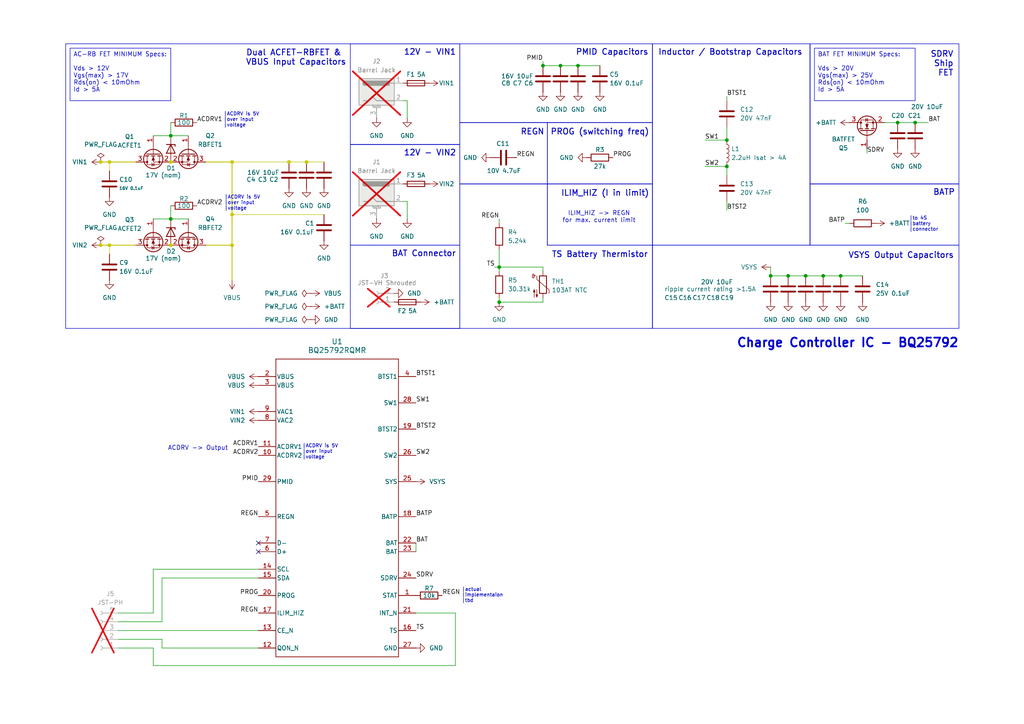
<source format=kicad_sch>
(kicad_sch (version 20231120) (generator "eeschema") (generator_version "8.0")
  (paper "A4")
  (title_block (title "BQ25792 BMS-BCS Dev Board") (date "2024-09-06") (rev "v0.2") (company "Karl Wünsche"))
  (lib_symbols
    (symbol "Barrel_Jack_MountingPin_1" (pin_names hide)
      (property "Reference" "J" (at 0 5.334 0))
      (property "Value" "Barrel_Jack_MountingPin" (at 1.27 -6.35 0))
      (symbol "Barrel_Jack_MountingPin_1_0_1"
        (rectangle (start -5.08 3.81) (end 5.08 -3.81) (stroke (width 0.254)) (fill (type background)))
        (arc (start -3.302 3.175) (mid -3.9343 2.54) (end -3.302 1.905) (stroke (width 0.254)))
        (arc (start -3.302 3.175) (mid -3.9343 2.54) (end -3.302 1.905) (stroke (width 0.254)) (fill (type outline)))
        (polyline (pts (xy 5.08 2.54) (xy 3.81 2.54)) (stroke (width 0.254)))
        (polyline (pts (xy -3.81 -2.54) (xy -2.54 -2.54) (xy -1.27 -1.27) (xy 0 -2.54) (xy 2.54 -2.54) (xy 5.08 -2.54)) (stroke (width 0.254)))
        (rectangle (start 3.683 3.175) (end -3.302 1.905) (stroke (width 0.254)) (fill (type outline)))
      )
      (symbol "Barrel_Jack_MountingPin_1_1_1"
        (polyline (pts (xy -1.016 -4.572) (xy 1.016 -4.572)) (stroke (width 0.1524)))
        (text "Mounting" (at 0 -4.191 0) (effects (font (size 0.381 0.381))))
        (pin passive line (at 7.62 2.54 180) (length 2.54) (name "~") (number "1"))
        (pin passive line (at 7.62 -2.54 180) (length 2.54) (name "~") (number "2"))
        (pin passive line (at 0 -7.62 90) (length 3.048) (name "MountPin") (number "3"))
      )
    )
    (symbol "Battery_Management:BQ25792RQMR" (pin_names (offset 0.254))
      (property "Reference" "U" (at -0.254 43.942 0))
      (property "Value" "BQ25792RQMR" (at 0 39.624 0))
      (symbol "BQ25792RQMR_0_1"
        (polyline (pts (xy -17.78 -44.45) (xy 17.78 -44.45)) (stroke (width 0.2032)))
        (polyline (pts (xy -17.78 41.91) (xy -17.78 -44.45)) (stroke (width 0.2032)))
        (polyline (pts (xy 17.78 -44.45) (xy 17.78 41.91)) (stroke (width 0.2032)))
        (polyline (pts (xy 17.78 41.91) (xy -17.78 41.91)) (stroke (width 0.2032)))
        (pin input line (at -22.86 -19.05 0) (length 5.08) (name "SCL") (number "14"))
        (pin bidirectional line (at -22.86 -21.59 0) (length 5.08) (name "SDA") (number "15"))
        (pin power_in line (at -22.86 36.83 0) (length 5.08) (name "VBUS") (number "2"))
        (pin power_in line (at -22.86 34.29 0) (length 5.08) (name "VBUS") (number "3"))
        (pin power_in line (at -22.86 24.13 0) (length 5.08) (name "VAC2") (number "8"))
        (pin power_in line (at -22.86 26.67 0) (length 5.08) (name "VAC1") (number "9"))
      )
      (symbol "BQ25792RQMR_1_1"
        (pin input line (at 22.86 -26.67 180) (length 5.08) (name "STAT") (number "1"))
        (pin output line (at -22.86 13.97 0) (length 5.08) (name "ACDRV2") (number "10"))
        (pin output line (at -22.86 16.51 0) (length 5.08) (name "ACDRV1") (number "11"))
        (pin bidirectional line (at -22.86 -41.91 0) (length 5.08) (name "QON_N") (number "12"))
        (pin bidirectional line (at -22.86 -36.83 0) (length 5.08) (name "CE_N") (number "13"))
        (pin input line (at 22.86 -36.83 180) (length 5.08) (name "TS") (number "16"))
        (pin input line (at -22.86 -31.75 0) (length 5.08) (name "ILIM_HIZ") (number "17"))
        (pin bidirectional line (at 22.86 -3.81 180) (length 5.08) (name "BATP") (number "18"))
        (pin bidirectional line (at 22.86 21.59 180) (length 5.08) (name "BTST2") (number "19"))
        (pin output line (at -22.86 -26.67 0) (length 5.08) (name "PROG") (number "20"))
        (pin bidirectional line (at 22.86 -31.75 180) (length 5.08) (name "INT_N") (number "21"))
        (pin bidirectional line (at 22.86 -11.43 180) (length 5.08) (name "BAT") (number "22"))
        (pin bidirectional line (at 22.86 -13.97 180) (length 5.08) (name "BAT") (number "23"))
        (pin output line (at 22.86 -21.59 180) (length 5.08) (name "SDRV") (number "24"))
        (pin power_out line (at 22.86 6.35 180) (length 5.08) (name "SYS") (number "25"))
        (pin bidirectional line (at 22.86 13.97 180) (length 5.08) (name "SW2") (number "26"))
        (pin power_in line (at 22.86 -41.91 180) (length 5.08) (name "GND") (number "27"))
        (pin bidirectional line (at 22.86 29.21 180) (length 5.08) (name "SW1") (number "28"))
        (pin power_out line (at -22.86 6.35 0) (length 5.08) (name "PMID") (number "29"))
        (pin bidirectional line (at 22.86 36.83 180) (length 5.08) (name "BTST1") (number "4"))
        (pin output line (at -22.86 -3.81 0) (length 5.08) (name "REGN") (number "5"))
        (pin bidirectional line (at -22.86 -13.97 0) (length 5.08) (name "D+") (number "6"))
        (pin bidirectional line (at -22.86 -11.43 0) (length 5.08) (name "D-") (number "7"))
      )
    )
    (symbol "Connector:Barrel_Jack_MountingPin" (pin_names hide)
      (property "Reference" "J" (at 0 5.334 0))
      (property "Value" "Barrel_Jack_MountingPin" (at 1.27 -6.35 0))
      (symbol "Barrel_Jack_MountingPin_0_1"
        (rectangle (start -5.08 3.81) (end 5.08 -3.81) (stroke (width 0.254)) (fill (type background)))
        (arc (start -3.302 3.175) (mid -3.9343 2.54) (end -3.302 1.905) (stroke (width 0.254)))
        (arc (start -3.302 3.175) (mid -3.9343 2.54) (end -3.302 1.905) (stroke (width 0.254)) (fill (type outline)))
        (polyline (pts (xy 5.08 2.54) (xy 3.81 2.54)) (stroke (width 0.254)))
        (polyline (pts (xy -3.81 -2.54) (xy -2.54 -2.54) (xy -1.27 -1.27) (xy 0 -2.54) (xy 2.54 -2.54) (xy 5.08 -2.54)) (stroke (width 0.254)))
        (rectangle (start 3.683 3.175) (end -3.302 1.905) (stroke (width 0.254)) (fill (type outline)))
      )
      (symbol "Barrel_Jack_MountingPin_1_1"
        (polyline (pts (xy -1.016 -4.572) (xy 1.016 -4.572)) (stroke (width 0.1524)))
        (text "Mounting" (at 0 -4.191 0) (effects (font (size 0.381 0.381))))
        (pin passive line (at 7.62 2.54 180) (length 2.54) (name "~") (number "1"))
        (pin passive line (at 7.62 -2.54 180) (length 2.54) (name "~") (number "2"))
        (pin passive line (at 0 -7.62 90) (length 3.048) (name "MountPin") (number "3"))
      )
    )
    (symbol "Connector:Conn_01x02_Socket" (pin_names (offset 1.016) hide)
      (property "Reference" "J" (at 0 2.54 0))
      (property "Value" "Conn_01x02_Socket" (at 0 -5.08 0))
      (symbol "Conn_01x02_Socket_1_1"
        (arc (start 0 -2.032) (mid -0.5058 -2.54) (end 0 -3.048) (stroke (width 0.1524)))
        (polyline (pts (xy -1.27 -2.54) (xy -0.508 -2.54)) (stroke (width 0.1524)))
        (polyline (pts (xy -1.27 0) (xy -0.508 0)) (stroke (width 0.1524)))
        (arc (start 0 0.508) (mid -0.5058 0) (end 0 -0.508) (stroke (width 0.1524)))
        (pin passive line (at -5.08 0 0) (length 3.81) (name "Pin_1") (number "1"))
        (pin passive line (at -5.08 -2.54 0) (length 3.81) (name "Pin_2") (number "2"))
      )
    )
    (symbol "Connector:Conn_01x05_Socket" (pin_names (offset 1.016) hide)
      (property "Reference" "J" (at 0 7.62 0))
      (property "Value" "Conn_01x05_Socket" (at 0 -7.62 0))
      (symbol "Conn_01x05_Socket_1_1"
        (arc (start 0 -4.572) (mid -0.5058 -5.08) (end 0 -5.588) (stroke (width 0.1524)))
        (arc (start 0 -2.032) (mid -0.5058 -2.54) (end 0 -3.048) (stroke (width 0.1524)))
        (polyline (pts (xy -1.27 -5.08) (xy -0.508 -5.08)) (stroke (width 0.1524)))
        (polyline (pts (xy -1.27 -2.54) (xy -0.508 -2.54)) (stroke (width 0.1524)))
        (polyline (pts (xy -1.27 0) (xy -0.508 0)) (stroke (width 0.1524)))
        (polyline (pts (xy -1.27 2.54) (xy -0.508 2.54)) (stroke (width 0.1524)))
        (polyline (pts (xy -1.27 5.08) (xy -0.508 5.08)) (stroke (width 0.1524)))
        (arc (start 0 0.508) (mid -0.5058 0) (end 0 -0.508) (stroke (width 0.1524)))
        (arc (start 0 3.048) (mid -0.5058 2.54) (end 0 2.032) (stroke (width 0.1524)))
        (arc (start 0 5.588) (mid -0.5058 5.08) (end 0 4.572) (stroke (width 0.1524)))
        (pin passive line (at -5.08 5.08 0) (length 3.81) (name "Pin_1") (number "1"))
        (pin passive line (at -5.08 2.54 0) (length 3.81) (name "Pin_2") (number "2"))
        (pin passive line (at -5.08 0 0) (length 3.81) (name "Pin_3") (number "3"))
        (pin passive line (at -5.08 -2.54 0) (length 3.81) (name "Pin_4") (number "4"))
        (pin passive line (at -5.08 -5.08 0) (length 3.81) (name "Pin_5") (number "5"))
      )
    )
    (symbol "Device:C" (pin_numbers hide) (pin_names (offset 0.254))
      (property "Reference" "C" (at 0.635 2.54 0))
      (property "Value" "C" (at 0.635 -2.54 0))
      (symbol "C_0_1"
        (polyline (pts (xy -2.032 -0.762) (xy 2.032 -0.762)) (stroke (width 0.508)))
        (polyline (pts (xy -2.032 0.762) (xy 2.032 0.762)) (stroke (width 0.508)))
      )
      (symbol "C_1_1"
        (pin passive line (at 0 3.81 270) (length 2.794) (name "~") (number "1"))
        (pin passive line (at 0 -3.81 90) (length 2.794) (name "~") (number "2"))
      )
    )
    (symbol "Device:D_Zener" (pin_numbers hide) (pin_names (offset 1.016) hide)
      (property "Reference" "D" (at 0 2.54 0))
      (property "Value" "D_Zener" (at 0 -2.54 0))
      (symbol "D_Zener_0_1"
        (polyline (pts (xy 1.27 0) (xy -1.27 0)))
        (polyline (pts (xy -1.27 -1.27) (xy -1.27 1.27) (xy -0.762 1.27)) (stroke (width 0.254)))
        (polyline (pts (xy 1.27 -1.27) (xy 1.27 1.27) (xy -1.27 0) (xy 1.27 -1.27)) (stroke (width 0.254)))
      )
      (symbol "D_Zener_1_1"
        (pin passive line (at -3.81 0 0) (length 2.54) (name "K") (number "1"))
        (pin passive line (at 3.81 0 180) (length 2.54) (name "A") (number "2"))
      )
    )
    (symbol "Device:Fuse" (pin_numbers hide) (pin_names (offset 0))
      (property "Reference" "F" (at 2.032 0 90))
      (property "Value" "Fuse" (at -1.905 0 90))
      (symbol "Fuse_0_1"
        (rectangle (start -0.762 -2.54) (end 0.762 2.54) (stroke (width 0.254)))
        (polyline (pts (xy 0 2.54) (xy 0 -2.54)))
      )
      (symbol "Fuse_1_1"
        (pin passive line (at 0 3.81 270) (length 1.27) (name "~") (number "1"))
        (pin passive line (at 0 -3.81 90) (length 1.27) (name "~") (number "2"))
      )
    )
    (symbol "Device:L" (pin_numbers hide) (pin_names (offset 1.016) hide)
      (property "Reference" "L" (at -1.27 0 90))
      (property "Value" "L" (at 1.905 0 90))
      (symbol "L_0_1"
        (arc (start 0 -2.54) (mid 0.6323 -1.905) (end 0 -1.27))
        (arc (start 0 -1.27) (mid 0.6323 -0.635) (end 0 0))
        (arc (start 0 0) (mid 0.6323 0.635) (end 0 1.27))
        (arc (start 0 1.27) (mid 0.6323 1.905) (end 0 2.54))
      )
      (symbol "L_1_1"
        (pin passive line (at 0 3.81 270) (length 1.27) (name "1") (number "1"))
        (pin passive line (at 0 -3.81 90) (length 1.27) (name "2") (number "2"))
      )
    )
    (symbol "Device:R" (pin_numbers hide) (pin_names (offset 0))
      (property "Reference" "R" (at 2.032 0 90))
      (property "Value" "R" (at 0 0 90))
      (symbol "R_0_1"
        (rectangle (start -1.016 -2.54) (end 1.016 2.54) (stroke (width 0.254)))
      )
      (symbol "R_1_1"
        (pin passive line (at 0 3.81 270) (length 1.27) (name "~") (number "1"))
        (pin passive line (at 0 -3.81 90) (length 1.27) (name "~") (number "2"))
      )
    )
    (symbol "Device:Thermistor_NTC" (pin_numbers hide) (pin_names (offset 0))
      (property "Reference" "TH" (at -4.445 0 90))
      (property "Value" "Thermistor_NTC" (at 3.175 0 90))
      (symbol "Thermistor_NTC_0_1"
        (arc (start -3.048 2.159) (mid -3.0495 2.3143) (end -3.175 2.413))
        (arc (start -3.048 2.159) (mid -2.9736 1.9794) (end -2.794 1.905))
        (arc (start -3.048 2.794) (mid -2.9736 2.6144) (end -2.794 2.54))
        (arc (start -2.794 1.905) (mid -2.6144 1.9794) (end -2.54 2.159))
        (arc (start -2.794 2.54) (mid -2.4393 2.5587) (end -2.159 2.794))
        (arc (start -2.794 3.048) (mid -2.9736 2.9736) (end -3.048 2.794))
        (arc (start -2.54 2.794) (mid -2.6144 2.9736) (end -2.794 3.048))
        (rectangle (start -1.016 2.54) (end 1.016 -2.54) (stroke (width 0.254)))
        (polyline (pts (xy -2.54 2.159) (xy -2.54 2.794)))
        (polyline (pts (xy -1.778 2.54) (xy -1.778 1.524) (xy 1.778 -1.524) (xy 1.778 -2.54)))
        (polyline (pts (xy -2.54 -3.683) (xy -2.54 -1.397) (xy -2.794 -2.159) (xy -2.286 -2.159) (xy -2.54 -1.397) (xy -2.54 -1.651)) (fill (type outline)))
        (polyline (pts (xy -1.778 -1.397) (xy -1.778 -3.683) (xy -2.032 -2.921) (xy -1.524 -2.921) (xy -1.778 -3.683) (xy -1.778 -3.429)) (fill (type outline)))
      )
      (symbol "Thermistor_NTC_1_1"
        (pin passive line (at 0 3.81 270) (length 1.27) (name "~") (number "1"))
        (pin passive line (at 0 -3.81 90) (length 1.27) (name "~") (number "2"))
      )
    )
    (symbol "Transistor_FET:AO3400A" (pin_names hide)
      (property "Reference" "Q" (at 5.08 1.905 0))
      (property "Value" "AO3400A" (at 5.08 0 0))
      (symbol "AO3400A_0_1"
        (polyline (pts (xy 0.254 0) (xy -2.54 0)))
        (polyline (pts (xy 0.254 1.905) (xy 0.254 -1.905)) (stroke (width 0.254)))
        (polyline (pts (xy 0.762 -1.27) (xy 0.762 -2.286)) (stroke (width 0.254)))
        (polyline (pts (xy 0.762 0.508) (xy 0.762 -0.508)) (stroke (width 0.254)))
        (polyline (pts (xy 0.762 2.286) (xy 0.762 1.27)) (stroke (width 0.254)))
        (polyline (pts (xy 2.54 2.54) (xy 2.54 1.778)))
        (polyline (pts (xy 2.54 -2.54) (xy 2.54 0) (xy 0.762 0)))
        (polyline (pts (xy 0.762 -1.778) (xy 3.302 -1.778) (xy 3.302 1.778) (xy 0.762 1.778)))
        (polyline (pts (xy 1.016 0) (xy 2.032 0.381) (xy 2.032 -0.381) (xy 1.016 0)) (fill (type outline)))
        (polyline (pts (xy 2.794 0.508) (xy 2.921 0.381) (xy 3.683 0.381) (xy 3.81 0.254)))
        (polyline (pts (xy 3.302 0.381) (xy 2.921 -0.254) (xy 3.683 -0.254) (xy 3.302 0.381)))
        (circle (center 1.651 0) (radius 2.794) (stroke (width 0.254)))
        (circle (center 2.54 -1.778) (radius 0.254) (fill (type outline)))
        (circle (center 2.54 1.778) (radius 0.254) (fill (type outline)))
      )
      (symbol "AO3400A_1_1"
        (pin input line (at -5.08 0 0) (length 2.54) (name "G") (number "1"))
        (pin passive line (at 2.54 -5.08 90) (length 2.54) (name "S") (number "2"))
        (pin passive line (at 2.54 5.08 270) (length 2.54) (name "D") (number "3"))
      )
    )
    (symbol "power:+12VA" (power) (pin_numbers hide) (pin_names (offset 0) hide)
      (property "Value" "+12VA" (at 0 3.556 0))
      (symbol "+12VA_0_1"
        (polyline (pts (xy -0.762 1.27) (xy 0 2.54)))
        (polyline (pts (xy 0 0) (xy 0 2.54)))
        (polyline (pts (xy 0 2.54) (xy 0.762 1.27)))
      )
      (symbol "+12VA_1_1"
        (pin power_in line (at 0 0 90) (length 0) (name "~") (number "1"))
      )
    )
    (symbol "power:+BATT" (power) (pin_numbers hide) (pin_names (offset 0) hide)
      (property "Value" "+BATT" (at 0 3.556 0))
      (symbol "+BATT_0_1"
        (polyline (pts (xy -0.762 1.27) (xy 0 2.54)))
        (polyline (pts (xy 0 0) (xy 0 2.54)))
        (polyline (pts (xy 0 2.54) (xy 0.762 1.27)))
      )
      (symbol "+BATT_1_1"
        (pin power_in line (at 0 0 90) (length 0) (name "~") (number "1"))
      )
    )
    (symbol "power:GND" (power) (pin_numbers hide) (pin_names (offset 0) hide)
      (property "Value" "GND" (at 0 -3.81 0))
      (symbol "GND_0_1"
        (polyline (pts (xy 0 0) (xy 0 -1.27) (xy 1.27 -1.27) (xy 0 -2.54) (xy -1.27 -1.27) (xy 0 -1.27)))
      )
      (symbol "GND_1_1"
        (pin power_in line (at 0 0 270) (length 0) (name "~") (number "1"))
      )
    )
    (symbol "power:PWR_FLAG" (power) (pin_numbers hide) (pin_names (offset 0) hide)
      (property "Value" "PWR_FLAG" (at 0 3.81 0))
      (symbol "PWR_FLAG_0_0"
        (pin power_out line (at 0 0 90) (length 0) (name "~") (number "1"))
      )
      (symbol "PWR_FLAG_0_1"
        (polyline (pts (xy 0 0) (xy 0 1.27) (xy -1.016 1.905) (xy 0 2.54) (xy 1.016 1.905) (xy 0 1.27)))
      )
    )
    (symbol "power:VBUS" (power) (pin_numbers hide) (pin_names (offset 0) hide)
      (property "Value" "VBUS" (at 0 3.556 0))
      (symbol "VBUS_0_1"
        (polyline (pts (xy -0.762 1.27) (xy 0 2.54)))
        (polyline (pts (xy 0 0) (xy 0 2.54)))
        (polyline (pts (xy 0 2.54) (xy 0.762 1.27)))
      )
      (symbol "VBUS_1_1"
        (pin power_in line (at 0 0 90) (length 0) (name "~") (number "1"))
      )
    )
  )
  (junction (at 67.31 71.12) (color 194 194 0 1))
  (junction (at 223.52 80.01))
  (junction (at 210.82 40.64))
  (junction (at 260.35 35.56))
  (junction (at 157.48 19.05))
  (junction (at 49.53 39.37))
  (junction (at 49.53 63.5))
  (junction (at 67.31 62.23) (color 194 194 0 1))
  (junction (at 88.9 46.99) (color 194 194 0 1))
  (junction (at 83.82 46.99) (color 194 194 0 1))
  (junction (at 265.43 35.56))
  (junction (at 49.53 71.12) (color 194 194 0 1))
  (junction (at 31.75 46.99) (color 194 194 0 1))
  (junction (at 228.6 80.01))
  (junction (at 29.21 71.12) (color 194 194 0 1))
  (junction (at 167.64 19.05))
  (junction (at 243.84 80.01))
  (junction (at 210.82 48.26))
  (junction (at 29.21 46.99) (color 194 194 0 1))
  (junction (at 144.78 87.63))
  (junction (at 233.68 80.01))
  (junction (at 238.76 80.01))
  (junction (at 162.56 19.05))
  (junction (at 49.53 46.99) (color 194 194 0 1))
  (junction (at 144.78 77.47))
  (junction (at 67.31 46.99) (color 194 194 0 1))
  (junction (at 31.75 71.12) (color 194 194 0 1))
  (no_connect (at 74.93 160.02))
  (no_connect (at 74.93 157.48))
  (wire (pts (xy 228.6 80.01) (xy 233.68 80.01)))
  (wire (pts (xy 31.75 49.53) (xy 31.75 46.99)) (stroke (width 0) (color 194 194 0 1)))
  (wire (pts (xy 49.53 39.37) (xy 54.61 39.37)))
  (wire (pts (xy 256.54 35.56) (xy 260.35 35.56)))
  (wire (pts (xy 31.75 71.12) (xy 39.37 71.12)) (stroke (width 0.25) (color 194 194 0 1)))
  (wire (pts (xy 144.78 72.39) (xy 144.78 77.47)))
  (wire (pts (xy 238.76 80.01) (xy 243.84 80.01)))
  (polyline (pts (xy 158.75 53.34) (xy 158.75 71.12)))
  (wire (pts (xy 31.75 46.99) (xy 39.37 46.99)) (stroke (width 0.25) (color 194 194 0 1)))
  (wire (pts (xy 210.82 60.96) (xy 210.82 58.42)))
  (wire (pts (xy 243.84 80.01) (xy 250.19 80.01)))
  (polyline (pts (xy 189.23 71.12) (xy 189.23 95.25)))
  (polyline (pts (xy 189.23 95.25) (xy 133.35 95.25)))
  (wire (pts (xy 44.45 193.04) (xy 44.45 187.96)))
  (wire (pts (xy 167.64 19.05) (xy 173.99 19.05)))
  (wire (pts (xy 44.45 63.5) (xy 49.53 63.5)))
  (wire (pts (xy 67.31 46.99) (xy 67.31 62.23)) (stroke (width 0.25) (color 194 194 0 1)))
  (wire (pts (xy 34.29 185.42) (xy 46.99 185.42)))
  (wire (pts (xy 210.82 36.83) (xy 210.82 40.64)))
  (wire (pts (xy 49.53 63.5) (xy 54.61 63.5)))
  (wire (pts (xy 157.48 77.47) (xy 157.48 78.74)))
  (wire (pts (xy 44.45 165.1) (xy 44.45 177.8)))
  (wire (pts (xy 46.99 187.96) (xy 46.99 185.42)))
  (wire (pts (xy 34.29 182.88) (xy 74.93 182.88)))
  (wire (pts (xy 29.21 71.12) (xy 31.75 71.12)) (stroke (width 0.25) (color 194 194 0 1)))
  (wire (pts (xy 251.46 44.45) (xy 251.46 43.18)))
  (wire (pts (xy 120.65 177.8) (xy 132.08 177.8)))
  (wire (pts (xy 144.78 87.63) (xy 144.78 86.36)))
  (wire (pts (xy 144.78 63.5) (xy 144.78 64.77)))
  (wire (pts (xy 49.53 35.56) (xy 49.53 39.37)))
  (polyline (pts (xy 133.35 95.25) (xy 133.35 53.34)))
  (wire (pts (xy 144.78 77.47) (xy 157.48 77.47)))
  (wire (pts (xy 210.82 27.94) (xy 210.82 29.21)))
  (wire (pts (xy 118.11 58.42) (xy 116.84 58.42)))
  (wire (pts (xy 46.99 187.96) (xy 74.93 187.96)))
  (wire (pts (xy 88.9 46.99) (xy 93.98 46.99)) (stroke (width 0) (color 194 194 0 1)))
  (wire (pts (xy 132.08 177.8) (xy 132.08 193.04)))
  (wire (pts (xy 269.24 35.56) (xy 265.43 35.56)))
  (wire (pts (xy 144.78 87.63) (xy 157.48 87.63)))
  (wire (pts (xy 223.52 77.47) (xy 223.52 80.01)))
  (wire (pts (xy 144.78 77.47) (xy 144.78 78.74)))
  (wire (pts (xy 118.11 34.29) (xy 118.11 29.21)))
  (wire (pts (xy 67.31 62.23) (xy 93.98 62.23)) (stroke (width 0) (color 194 194 0 1)))
  (wire (pts (xy 44.45 193.04) (xy 132.08 193.04)))
  (wire (pts (xy 59.69 71.12) (xy 67.31 71.12)) (stroke (width 0.25) (color 194 194 0 1)))
  (polyline (pts (xy 158.75 71.12) (xy 189.23 71.12)))
  (wire (pts (xy 46.99 167.64) (xy 74.93 167.64)))
  (wire (pts (xy 245.11 64.77) (xy 246.38 64.77)))
  (wire (pts (xy 29.21 46.99) (xy 31.75 46.99)) (stroke (width 0.25) (color 194 194 0 1)))
  (wire (pts (xy 204.47 48.26) (xy 210.82 48.26)))
  (wire (pts (xy 210.82 50.8) (xy 210.82 48.26)))
  (wire (pts (xy 34.29 180.34) (xy 46.99 180.34)))
  (wire (pts (xy 83.82 46.99) (xy 88.9 46.99)) (stroke (width 0) (color 194 194 0 1)))
  (wire (pts (xy 44.45 39.37) (xy 49.53 39.37)))
  (wire (pts (xy 118.11 63.5) (xy 118.11 58.42)))
  (wire (pts (xy 204.47 40.64) (xy 210.82 40.64)))
  (wire (pts (xy 260.35 35.56) (xy 265.43 35.56)))
  (wire (pts (xy 59.69 46.99) (xy 67.31 46.99)) (stroke (width 0.25) (color 194 194 0 1)))
  (wire (pts (xy 49.53 59.69) (xy 49.53 63.5)))
  (wire (pts (xy 157.48 17.78) (xy 157.48 19.05)))
  (wire (pts (xy 233.68 80.01) (xy 238.76 80.01)))
  (wire (pts (xy 44.45 165.1) (xy 74.93 165.1)))
  (wire (pts (xy 223.52 80.01) (xy 228.6 80.01)))
  (wire (pts (xy 120.65 157.48) (xy 120.65 160.02)))
  (wire (pts (xy 31.75 73.66) (xy 31.75 71.12)) (stroke (width 0) (color 194 194 0 1)))
  (wire (pts (xy 157.48 87.63) (xy 157.48 86.36)))
  (wire (pts (xy 157.48 19.05) (xy 162.56 19.05)))
  (wire (pts (xy 67.31 62.23) (xy 67.31 71.12)) (stroke (width 0.25) (color 194 194 0 1)))
  (wire (pts (xy 34.29 177.8) (xy 44.45 177.8)))
  (wire (pts (xy 44.45 187.96) (xy 34.29 187.96)))
  (wire (pts (xy 143.51 77.47) (xy 144.78 77.47)))
  (wire (pts (xy 67.31 46.99) (xy 83.82 46.99)) (stroke (width 0) (color 194 194 0 1)))
  (polyline (pts (xy 133.35 53.34) (xy 158.75 53.34)))
  (wire (pts (xy 118.11 29.21) (xy 116.84 29.21)))
  (wire (pts (xy 67.31 81.28) (xy 67.31 71.12)) (stroke (width 0.25) (color 194 194 0 1)))
  (wire (pts (xy 46.99 167.64) (xy 46.99 180.34)))
  (wire (pts (xy 162.56 19.05) (xy 167.64 19.05)))
  (rectangle (start 158.75 35.56) (end 189.23 53.34))
  (rectangle (start 101.6 41.91) (end 133.35 71.12))
  (rectangle (start 101.6 71.12) (end 133.35 95.25))
  (rectangle (start 133.35 12.7) (end 189.23 35.56))
  (rectangle (start 234.95 53.34) (end 278.13 71.12))
  (rectangle (start 101.6 12.7) (end 133.35 41.91))
  (rectangle (start 189.23 12.7) (end 234.95 71.12))
  (rectangle (start 158.75 53.34) (end 189.23 71.12))
  (rectangle (start 189.23 71.12) (end 278.13 95.25))
  (rectangle (start 234.95 12.7) (end 278.13 53.34))
  (rectangle (start 133.35 35.56) (end 158.75 53.34))
  (rectangle (start 19.05 12.7) (end 133.35 95.25))
  (text_box "BAT FET MINIMUM Specs:\n\nVds > 20V\nVgs(max) > 25V\nRds(on) < 10mOhm \nId > 5A" (at 236.22 13.97 0) (size 29.21 15.24) (effects (font (size 1.27 1.27)) (justify left top)))
  (text_box "AC-RB FET MINIMUM Specs:\n\nVds > 12V\nVgs(max) > 17V\nRds(on) < 10mOhm \nId > 5A" (at 20.32 13.97 0) (size 29.21 15.24) (effects (font (size 1.27 1.27)) (justify left top)))
  (text "TS Battery Thermistor" (at 173.99 73.914 0) (effects (font (size 1.69 1.69) (thickness 0.254) (bold yes))))
  (text "Inductor / Bootstrap Capacitors" (at 211.836 15.24 0) (effects (font (size 1.69 1.69) (thickness 0.254) (bold yes))))
  (text "ripple current rating >1.5A" (at 205.994 84.074 0) (effects (font (size 1.27 1.27))))
  (text "BAT Connector" (at 122.936 73.66 0) (effects (font (size 1.69 1.69) (thickness 0.254) (bold yes))))
  (text "SDRV\nShip\nFET" (at 276.606 18.542 0) (effects (font (size 1.69 1.69) (thickness 0.254) (bold yes)) (justify right)))
  (text "|actual\n|implementaion\n|tbd" (at 133.858 172.72 0) (effects (font (size 1 1)) (justify left)))
  (text "VSYS Output Capacitors" (at 261.366 74.168 0) (effects (font (size 1.69 1.69) (thickness 0.254) (bold yes))))
  (text "Dual ACFET-RBFET & \nVBUS Input Capacitors" (at 85.852 16.764 0) (effects (font (size 1.69 1.69) (thickness 0.254) (bold yes))))
  (text "PROG (switching freq)" (at 173.99 38.354 0) (effects (font (size 1.69 1.69) (thickness 0.254) (bold yes))))
  (text "|ACDRV is 5V \n|over input\n|voltage" (at 87.63 131.064 0) (effects (font (size 1 1)) (justify left)))
  (text "ACDRV -> Output" (at 57.404 130.048 0) (effects (font (size 1.27 1.27))))
  (text "ILIM_HIZ (I in limit)" (at 175.514 56.134 0) (effects (font (size 1.69 1.69) (thickness 0.254) (bold yes))))
  (text "Charge Controller IC - BQ25792" (at 245.872 99.568 0) (effects (font (size 2.54 2.54) (thickness 0.508) (bold yes))))
  (text "REGN" (at 154.432 38.354 0) (effects (font (size 1.69 1.69) (thickness 0.254) (bold yes))))
  (text "|ACDRV is 5V \n|over input\n|voltage" (at 64.77 34.798 0) (effects (font (size 1 1)) (justify left)))
  (text "12V - VIN1" (at 124.714 15.24 0) (effects (font (size 1.69 1.69) (thickness 0.254) (bold yes))))
  (text "|to 4S\n|battery\n|connector" (at 263.652 65.024 0) (effects (font (size 1 1)) (justify left)))
  (text "ILIM_HIZ -> REGN\nfor max. current limit" (at 173.736 62.992 0) (effects (font (size 1.27 1.27))))
  (text "PMID Capacitors" (at 177.546 15.24 0) (effects (font (size 1.69 1.69) (thickness 0.254) (bold yes))))
  (text "|ACDRV is 5V \n|over input\n|voltage" (at 65.024 58.928 0) (effects (font (size 1 1)) (justify left)))
  (text "BATP" (at 273.812 55.88 0) (effects (font (size 1.69 1.69) (thickness 0.254) (bold yes))))
  (text "12V - VIN2" (at 124.714 44.45 0) (effects (font (size 1.69 1.69) (thickness 0.254) (bold yes))))
  (label "BAT" (at 269.24 35.56 0))
  (label "REGN" (at 128.27 172.72 0))
  (label "BATP" (at 120.65 149.86 0))
  (label "SW1" (at 204.47 40.64 0))
  (label "SW2" (at 120.65 132.08 0))
  (label "BAT" (at 120.65 157.48 0))
  (label "REGN" (at 149.86 45.72 0))
  (label "REGN" (at 144.78 63.5 180))
  (label "BATP" (at 245.11 64.77 180))
  (label "SW1" (at 120.65 116.84 0))
  (label "PMID" (at 157.48 17.78 180))
  (label "SW2" (at 204.47 48.26 0))
  (label "REGN" (at 74.93 177.8 180))
  (label "ACDRV1" (at 57.15 35.56 0))
  (label "REGN" (at 74.93 149.86 180))
  (label "SDRV" (at 251.46 44.45 0))
  (label "ACDRV2" (at 74.93 132.08 180))
  (label "BTST2" (at 120.65 124.46 0))
  (label "BTST1" (at 210.82 27.94 0))
  (label "PMID" (at 74.93 139.7 180))
  (label "PROG" (at 74.93 172.72 180))
  (label "SDRV" (at 120.65 167.64 0))
  (label "TS" (at 120.65 182.88 0))
  (label "BTST2" (at 210.82 60.96 0))
  (label "PROG" (at 177.8 45.72 0))
  (label "TS" (at 143.51 77.47 180))
  (label "BTST1" (at 120.65 109.22 0))
  (label "ACDRV1" (at 74.93 129.54 180))
  (label "ACDRV2" (at 57.15 59.69 0))
  (symbol (lib_id "Device:D_Zener") (at 49.53 43.18 270) (unit 1)
    (property "Reference" "D1" (at 48.26 48.768 90) (effects (justify left)))
    (property "Value" "17V (nom)" (at 42.164 50.8 90) (effects (justify left)))
    (property "Footprint" "Diode_SMD:D_SOD-123" (effects (hide yes)))
    (property "Description" "Zener diode" (effects (hide yes)))
    (property "LCSC Part Number" "C308704" (effects (hide yes)))
  )
  (symbol (lib_id "power:GND") (at 83.82 54.61 0) (unit 1)
    (property "Reference" "#PWR02" (effects (hide yes)))
    (property "Value" "GND" (at 83.82 59.69 0))
    (property "Description" "Power symbol creates a global label with name \"GND\" , ground" (effects (hide yes)))
  )
  (symbol (lib_id "power:+BATT") (at 121.92 87.63 270) (unit 1)
    (property "Reference" "#PWR037" (effects (hide yes)))
    (property "Value" "+BATT" (at 125.73 87.6299 90) (effects (justify left)))
    (property "Description" "Power symbol creates a global label with name \"+BATT\"" (effects (hide yes)))
  )
  (symbol (lib_id "Device:R") (at 53.34 35.56 90) (unit 1)
    (property "Reference" "R1" (at 53.34 33.528 90))
    (property "Value" "100" (at 53.34 35.56 90))
    (property "Footprint" "Resistor_SMD:R_0402_1005Metric" (effects (hide yes)))
    (property "Description" "Resistor" (effects (hide yes)))
    (property "LCSC Part Number" "C2906884" (effects (hide yes)))
  )
  (symbol (lib_id "Transistor_FET:AO3400A") (at 44.45 68.58 90) (mirror x) (unit 1)
    (property "Reference" "Q3" (at 37.592 63.754 90))
    (property "Value" "ACFET2" (at 37.592 66.294 90))
    (property "Footprint" "Package_TO_SOT_SMD:SOT-23" (effects (hide yes)))
    (property "Description" ">12V Vds, 5A Id, N-Channel MOSFET, SOT-23" (effects (hide yes)))
    (property "LCSC Part Number" "C915719" (effects (hide yes)))
  )
  (symbol (lib_id "Device:C") (at 250.19 83.82 0) (unit 1)
    (property "Reference" "C14" (at 254 82.5499 0) (effects (justify left)))
    (property "Value" "25V 0.1uF" (at 254 85.0899 0) (effects (justify left)))
    (property "Footprint" "Capacitor_SMD:C_0402_1005Metric" (effects (hide yes)))
    (property "Description" "Unpolarized capacitor" (effects (hide yes)))
    (property "LCSC Part Number" "C22435940" (effects (hide yes)))
  )
  (symbol (lib_id "power:GND") (at 109.22 63.5 0) (unit 1)
    (property "Reference" "#PWR032" (effects (hide yes)))
    (property "Value" "GND" (at 109.22 68.58 0))
    (property "Description" "Power symbol creates a global label with name \"GND\" , ground" (effects (hide yes)))
  )
  (symbol (lib_id "power:GND") (at 167.64 26.67 0) (mirror y) (unit 1)
    (property "Reference" "#PWR09" (effects (hide yes)))
    (property "Value" "GND" (at 167.64 31.75 0))
    (property "Description" "Power symbol creates a global label with name \"GND\" , ground" (effects (hide yes)))
  )
  (symbol (lib_id "Connector:Conn_01x05_Socket") (at 29.21 182.88 180) (unit 1) (dnp yes)
    (property "Reference" "J5" (at 32.004 172.212 0))
    (property "Value" "JST-PH" (at 32.004 174.752 0))
    (property "Footprint" "Connector_JST:JST_PH_B5B-PH-K_1x05_P2.00mm_Vertical" (effects (hide yes)))
    (property "Description" "Generic connector, single row, 01x05, script generated" (effects (hide yes)))
  )
  (symbol (lib_id "Device:R") (at 250.19 64.77 90) (unit 1)
    (property "Reference" "R6" (at 250.19 58.42 90))
    (property "Value" "100" (at 250.19 60.96 90))
    (property "Footprint" "Resistor_SMD:R_0402_1005Metric" (effects (hide yes)))
    (property "Description" "Resistor" (effects (hide yes)))
    (property "LCSC Part Number" "C2906884" (effects (hide yes)))
  )
  (symbol (lib_id "power:+12VA") (at 29.21 46.99 90) (unit 1)
    (property "Reference" "#PWR05" (effects (hide yes)))
    (property "Value" "VIN1" (at 25.4 46.9899 90) (effects (justify left)))
    (property "Description" "Power symbol creates a global label with name \"VIN1\"" (effects (hide yes)))
  )
  (symbol (lib_id "power:GND") (at 109.22 34.29 0) (unit 1)
    (property "Reference" "#PWR033" (effects (hide yes)))
    (property "Value" "GND" (at 109.22 39.37 0))
    (property "Description" "Power symbol creates a global label with name \"GND\" , ground" (effects (hide yes)))
  )
  (symbol (lib_id "Device:D_Zener") (at 49.53 67.31 270) (unit 1)
    (property "Reference" "D2" (at 48.26 72.898 90) (effects (justify left)))
    (property "Value" "17V (nom)" (at 42.164 74.93 90) (effects (justify left)))
    (property "Footprint" "Diode_SMD:D_SOD-123" (effects (hide yes)))
    (property "Description" "Zener diode" (effects (hide yes)))
    (property "LCSC Part Number" "C308704" (effects (hide yes)))
  )
  (symbol (lib_id "Transistor_FET:AO3400A") (at 251.46 38.1 90) (unit 1)
    (property "Reference" "Q5" (at 244.602 42.926 90))
    (property "Value" "BATFET" (at 244.602 40.386 90))
    (property "Footprint" "Package_TO_SOT_SMD:SOT-23-3L" (effects (hide yes)))
    (property "Description" "> 20V Vds, 5A Id, N-Channel MOSFET, SOT-23-3L" (effects (hide yes)))
    (property "LCSC Part Number" "C3033398" (effects (hide yes)))
  )
  (symbol (lib_id "power:GND") (at 88.9 54.61 0) (unit 1)
    (property "Reference" "#PWR03" (effects (hide yes)))
    (property "Value" "GND" (at 88.9 59.69 0))
    (property "Description" "Power symbol creates a global label with name \"GND\" , ground" (effects (hide yes)))
  )
  (symbol (lib_id "Device:L") (at 210.82 44.45 0) (unit 1)
    (property "Reference" "L1" (at 212.09 43.1799 0) (effects (justify left)))
    (property "Value" "2.2uH Isat > 4A" (at 212.09 45.7199 0) (effects (justify left)))
    (property "Footprint" "Inductor_SMD:L_4.5x4.1_H2" (effects (hide yes)))
    (property "Description" "Inductor" (effects (hide yes)))
    (property "LCSC Part Number" "C22463806" (effects (hide yes)))
  )
  (symbol (lib_id "power:+BATT") (at 254 64.77 270) (unit 1)
    (property "Reference" "#PWR028" (effects (hide yes)))
    (property "Value" "+BATT" (at 257.81 64.7699 90) (effects (justify left)))
    (property "Description" "Power symbol creates a global label with name \"+BATT\"" (effects (hide yes)))
  )
  (symbol (lib_id "power:GND") (at 265.43 43.18 0) (mirror y) (unit 1)
    (property "Reference" "#PWR031" (effects (hide yes)))
    (property "Value" "GND" (at 265.43 48.26 0))
    (property "Description" "Power symbol creates a global label with name \"GND\" , ground" (effects (hide yes)))
  )
  (symbol (lib_id "power:+BATT") (at 90.17 88.9 270) (unit 1)
    (property "Reference" "#PWR041" (effects (hide yes)))
    (property "Value" "+BATT" (at 93.98 88.8999 90) (effects (justify left)))
    (property "Description" "Power symbol creates a global label with name \"+BATT\"" (effects (hide yes)))
  )
  (symbol (lib_id "power:GND") (at 93.98 54.61 0) (unit 1)
    (property "Reference" "#PWR04" (effects (hide yes)))
    (property "Value" "GND" (at 93.98 59.69 0))
    (property "Description" "Power symbol creates a global label with name \"GND\" , ground" (effects (hide yes)))
  )
  (symbol (lib_id "power:PWR_FLAG") (at 29.21 71.12 0) (unit 1)
    (property "Reference" "#FLG02" (effects (hide yes)))
    (property "Value" "PWR_FLAG" (at 29.21 66.04 0))
    (property "Description" "Special symbol for telling ERC where power comes from" (effects (hide yes)))
  )
  (symbol (lib_id "Battery_Management:BQ25792RQMR") (at 97.79 146.05 0) (unit 1)
    (property "Reference" "U1" (at 97.79 99.06 0) (effects (font (size 1.524 1.524))))
    (property "Value" "BQ25792RQMR" (at 97.79 101.6 0) (effects (font (size 1.524 1.524))))
    (property "Footprint" "Package_DFN_QFN:RQM0029A-MFG" (effects (hide yes)))
    (property "Datasheet" "https://www.ti.com/lit/ds/symlink/bq25792.pdf?ts=1722618058470" (effects (hide yes)))
    (property "Description" "I2C controlled, 5-A, 1-4 cell buck-boost charger with dual-input selector and USB PD 3.0 OTG output" (effects (hide yes)))
    (property "LCSC Part Number" "C2862876" (effects (hide yes)))
  )
  (symbol (lib_id "power:GND") (at 223.52 87.63 0) (unit 1)
    (property "Reference" "#PWR026" (effects (hide yes)))
    (property "Value" "GND" (at 223.52 92.71 0))
    (property "Description" "Power symbol creates a global label with name \"GND\" , ground" (effects (hide yes)))
  )
  (symbol (lib_id "power:PWR_FLAG") (at 90.17 88.9 90) (unit 1)
    (property "Reference" "#FLG04" (effects (hide yes)))
    (property "Value" "PWR_FLAG" (at 86.36 88.8999 90) (effects (justify left)))
    (property "Description" "Special symbol for telling ERC where power comes from" (effects (hide yes)))
  )
  (symbol (lib_id "Device:C") (at 210.82 33.02 180) (unit 1)
    (property "Reference" "C12" (at 214.63 31.7499 0) (effects (justify right)))
    (property "Value" "20V 47nF" (at 214.63 34.2899 0) (effects (justify right)))
    (property "Footprint" "Capacitor_SMD:C_0402_1005Metric" (effects (hide yes)))
    (property "Description" "Unpolarized capacitor" (effects (hide yes)))
    (property "LCSC Part Number" "C5142571" (effects (hide yes)))
  )
  (symbol (lib_id "Device:C") (at 223.52 83.82 180) (unit 1)
    (property "Reference" "C15" (at 196.596 86.36 0) (effects (justify left)))
    (property "Value" "20V 10uF" (at 212.598 81.788 0) (effects (justify left)))
    (property "Footprint" "Capacitor_SMD:C_0603_1608Metric" (effects (hide yes)))
    (property "Description" "Unpolarized capacitor" (effects (hide yes)))
    (property "LCSC Part Number" "C7472961" (effects (hide yes)))
  )
  (symbol (lib_id "power:VBUS") (at 74.93 109.22 90) (unit 1)
    (property "Reference" "#PWR018" (effects (hide yes)))
    (property "Value" "VBUS" (at 71.12 109.2199 90) (effects (justify left)))
    (property "Description" "Power symbol creates a global label with name \"VBUS\"" (effects (hide yes)))
  )
  (symbol (lib_id "Device:R") (at 173.99 45.72 90) (unit 1)
    (property "Reference" "R3" (at 173.99 43.434 90))
    (property "Value" "27k" (at 173.99 48.26 90))
    (property "Footprint" "Resistor_SMD:R_0402_1005Metric" (effects (hide yes)))
    (property "Description" "Resistor" (effects (hide yes)))
    (property "LCSC Part Number" "C2929913" (effects (hide yes)))
  )
  (symbol (lib_id "power:GND") (at 243.84 87.63 0) (unit 1)
    (property "Reference" "#PWR022" (effects (hide yes)))
    (property "Value" "GND" (at 243.84 92.71 0))
    (property "Description" "Power symbol creates a global label with name \"GND\" , ground" (effects (hide yes)))
  )
  (symbol (lib_id "power:GND") (at 170.18 45.72 270) (unit 1)
    (property "Reference" "#PWR015" (effects (hide yes)))
    (property "Value" "GND" (at 166.37 45.7199 90) (effects (justify right)))
    (property "Description" "Power symbol creates a global label with name \"GND\" , ground" (effects (hide yes)))
  )
  (symbol (lib_id "power:GND") (at 31.75 57.15 0) (unit 1)
    (property "Reference" "#PWR013" (effects (hide yes)))
    (property "Value" "GND" (at 31.75 62.23 0))
    (property "Description" "Power symbol creates a global label with name \"GND\" , ground" (effects (hide yes)))
  )
  (symbol (lib_id "power:GND") (at 142.24 45.72 270) (unit 1)
    (property "Reference" "#PWR014" (effects (hide yes)))
    (property "Value" "GND" (at 138.43 45.7199 90) (effects (justify right)))
    (property "Description" "Power symbol creates a global label with name \"GND\" , ground" (effects (hide yes)))
  )
  (symbol (lib_id "Device:C") (at 162.56 22.86 180) (unit 1)
    (property "Reference" "C7" (at 151.384 24.13 0) (effects (justify left)))
    (property "Value" "16V 10uF" (effects (hide yes)))
    (property "Footprint" "Capacitor_SMD:C_0603_1608Metric" (effects (hide yes)))
    (property "Description" "Unpolarized capacitor" (effects (hide yes)))
    (property "LCSC Part Number" "C7472961" (effects (hide yes)))
  )
  (symbol (lib_name "Barrel_Jack_MountingPin_1") (lib_id "Connector:Barrel_Jack_MountingPin") (at 109.22 55.88 0) (unit 1) (dnp yes)
    (property "Reference" "J1" (at 109.22 46.99 0))
    (property "Value" "Barrel Jack" (at 109.22 49.53 0))
    (property "Footprint" "Connector_BarrelJack:BarrelJack_GCT_DCJ200-10-A_Horizontal" (effects (hide yes)))
    (property "Description" "DC Barrel Jack with a mounting pin" (effects (hide yes)))
  )
  (symbol (lib_id "power:GND") (at 228.6 87.63 0) (unit 1)
    (property "Reference" "#PWR025" (effects (hide yes)))
    (property "Value" "GND" (at 228.6 92.71 0))
    (property "Description" "Power symbol creates a global label with name \"GND\" , ground" (effects (hide yes)))
  )
  (symbol (lib_id "Device:C") (at 88.9 50.8 180) (unit 1)
    (property "Reference" "C3" (at 77.47 52.07 0) (effects (justify left)))
    (property "Value" "16V 10uF" (effects (hide yes)))
    (property "Footprint" "Capacitor_SMD:C_0603_1608Metric" (effects (hide yes)))
    (property "Description" "Unpolarized capacitor" (effects (hide yes)))
    (property "LCSC Part Number" "C7472961" (effects (hide yes)))
  )
  (symbol (lib_id "power:GND") (at 118.11 63.5 0) (unit 1)
    (property "Reference" "#PWR036" (effects (hide yes)))
    (property "Value" "GND" (at 118.11 68.58 0))
    (property "Description" "Power symbol creates a global label with name \"GND\" , ground" (effects (hide yes)))
  )
  (symbol (lib_id "Device:C") (at 167.64 22.86 180) (unit 1)
    (property "Reference" "C6" (at 154.686 24.13 0) (effects (justify left)))
    (property "Value" "16V 10uF" (at 154.686 22.098 0) (effects (justify left)))
    (property "Footprint" "Capacitor_SMD:C_0603_1608Metric" (effects (hide yes)))
    (property "Description" "Unpolarized capacitor" (effects (hide yes)))
    (property "LCSC Part Number" "C7472961" (effects (hide yes)))
  )
  (symbol (lib_id "power:PWR_FLAG") (at 90.17 92.71 90) (unit 1)
    (property "Reference" "#FLG03" (effects (hide yes)))
    (property "Value" "PWR_FLAG" (at 86.36 92.7099 90) (effects (justify left)))
    (property "Description" "Special symbol for telling ERC where power comes from" (effects (hide yes)))
  )
  (symbol (lib_id "Device:C") (at 93.98 50.8 180) (unit 1)
    (property "Reference" "C2" (at 80.772 52.07 0) (effects (justify left)))
    (property "Value" "16V 10uF" (at 81.026 50.038 0) (effects (justify left)))
    (property "Footprint" "Capacitor_SMD:C_0603_1608Metric" (effects (hide yes)))
    (property "Description" "Unpolarized capacitor" (effects (hide yes)))
    (property "LCSC Part Number" "C7472961" (effects (hide yes)))
  )
  (symbol (lib_id "Device:C") (at 146.05 45.72 270) (unit 1)
    (property "Reference" "C11" (at 147.828 41.656 90) (effects (justify right)))
    (property "Value" "10V 4.7uF" (at 151.13 49.53 90) (effects (justify right)))
    (property "Footprint" "Capacitor_SMD:C_0402_1005Metric" (effects (hide yes)))
    (property "Description" "Unpolarized capacitor" (effects (hide yes)))
    (property "LCSC Part Number" "C466621" (effects (hide yes)))
  )
  (symbol (lib_id "Device:C") (at 233.68 83.82 180) (unit 1)
    (property "Reference" "C17" (at 204.724 86.36 0) (effects (justify left)))
    (property "Value" "20V 10uF" (effects (hide yes)))
    (property "Footprint" "Capacitor_SMD:C_0603_1608Metric" (effects (hide yes)))
    (property "Description" "Unpolarized capacitor" (effects (hide yes)))
    (property "LCSC Part Number" "C7472961" (effects (hide yes)))
  )
  (symbol (lib_id "power:+12VA") (at 124.46 53.34 270) (unit 1)
    (property "Reference" "#PWR039" (effects (hide yes)))
    (property "Value" "VIN2" (at 129.54 53.34 90))
    (property "Description" "Power symbol creates a global label with name \"VIN1\"" (effects (hide yes)))
  )
  (symbol (lib_id "power:PWR_FLAG") (at 90.17 85.09 90) (unit 1)
    (property "Reference" "#FLG06" (effects (hide yes)))
    (property "Value" "PWR_FLAG" (at 86.36 85.0899 90) (effects (justify left)))
    (property "Description" "Special symbol for telling ERC where power comes from" (effects (hide yes)))
  )
  (symbol (lib_id "Device:C") (at 173.99 22.86 0) (unit 1)
    (property "Reference" "C5" (at 176.784 21.59 0) (effects (justify left)))
    (property "Value" "16V 0.1uF" (at 176.784 24.13 0) (effects (justify left)))
    (property "Footprint" "Capacitor_SMD:C_0402_1005Metric" (effects (hide yes)))
    (property "Description" "Unpolarized capacitor" (effects (hide yes)))
    (property "LCSC Part Number" "C22435940" (effects (hide yes)))
  )
  (symbol (lib_id "Transistor_FET:AO3400A") (at 54.61 44.45 270) (unit 1)
    (property "Reference" "Q2" (at 60.96 39.37 90))
    (property "Value" "RBFET1" (at 60.96 41.91 90))
    (property "Footprint" "Package_TO_SOT_SMD:SOT-23" (effects (hide yes)))
    (property "Description" ">12V Vds, 5A Id, N-Channel MOSFET, SOT-23" (effects (hide yes)))
    (property "LCSC Part Number" "C915719" (effects (hide yes)))
  )
  (symbol (lib_id "power:GND") (at 114.3 85.09 90) (unit 1)
    (property "Reference" "#PWR038" (effects (hide yes)))
    (property "Value" "GND" (at 118.11 85.0899 90) (effects (justify right)))
    (property "Description" "Power symbol creates a global label with name \"GND\" , ground" (effects (hide yes)))
  )
  (symbol (lib_id "power:PWR_FLAG") (at 29.21 46.99 0) (unit 1)
    (property "Reference" "#FLG01" (effects (hide yes)))
    (property "Value" "PWR_FLAG" (at 29.21 41.91 0))
    (property "Description" "Special symbol for telling ERC where power comes from" (effects (hide yes)))
  )
  (symbol (lib_id "Device:Fuse") (at 120.65 53.34 90) (unit 1)
    (property "Reference" "F3" (at 117.856 50.8 90) (effects (justify right)))
    (property "Value" "5A" (at 120.9039 50.8 90) (effects (justify right)))
    (property "Footprint" "Fuse:Fuse_0603_1608Metric" (effects (hide yes)))
    (property "Description" "Fuse" (effects (hide yes)))
    (property "LCSC Part Number" "C206961" (effects (hide yes)))
  )
  (symbol (lib_id "power:GND") (at 260.35 43.18 0) (mirror y) (unit 1)
    (property "Reference" "#PWR030" (effects (hide yes)))
    (property "Value" "GND" (at 260.35 48.26 0))
    (property "Description" "Power symbol creates a global label with name \"GND\" , ground" (effects (hide yes)))
  )
  (symbol (lib_id "Device:C") (at 31.75 53.34 0) (unit 1)
    (property "Reference" "C10" (at 34.544 52.07 0) (effects (justify left)))
    (property "Value" "16V 0.1uF" (at 34.544 54.61 0) (effects (font (size 0.9 0.9)) (justify left)))
    (property "Footprint" "Capacitor_SMD:C_0402_1005Metric" (effects (hide yes)))
    (property "Description" "Unpolarized capacitor" (effects (hide yes)))
    (property "LCSC Part Number" "C22435940" (effects (hide yes)))
  )
  (symbol (lib_id "power:GND") (at 93.98 69.85 0) (unit 1)
    (property "Reference" "#PWR01" (effects (hide yes)))
    (property "Value" "GND" (at 93.98 74.93 0))
    (property "Description" "Power symbol creates a global label with name \"GND\" , ground" (effects (hide yes)))
  )
  (symbol (lib_id "Device:R") (at 144.78 68.58 0) (unit 1)
    (property "Reference" "R4" (at 147.32 67.3099 0) (effects (justify left)))
    (property "Value" "5.24k" (at 147.32 69.8499 0) (effects (justify left)))
    (property "Footprint" "Resistor_SMD:R_0402_1005Metric" (effects (hide yes)))
    (property "Description" "Resistor" (effects (hide yes)))
    (property "LCSC Part Number" "C11631" (effects (hide yes)))
  )
  (symbol (lib_id "Connector:Barrel_Jack_MountingPin") (at 109.22 26.67 0) (unit 1) (dnp yes)
    (property "Reference" "J2" (at 109.22 17.78 0))
    (property "Value" "Barrel Jack" (at 109.22 20.32 0))
    (property "Footprint" "Connector_BarrelJack:BarrelJack_GCT_DCJ200-10-A_Horizontal" (effects (hide yes)))
    (property "Description" "DC Barrel Jack with a mounting pin" (effects (hide yes)))
  )
  (symbol (lib_id "power:VBUS") (at 74.93 111.76 90) (unit 1)
    (property "Reference" "#PWR019" (effects (hide yes)))
    (property "Value" "VBUS" (at 71.12 111.7599 90) (effects (justify left)))
    (property "Description" "Power symbol creates a global label with name \"VBUS\"" (effects (hide yes)))
  )
  (symbol (lib_id "power:GND") (at 250.19 87.63 0) (unit 1)
    (property "Reference" "#PWR021" (effects (hide yes)))
    (property "Value" "GND" (at 250.19 92.71 0))
    (property "Description" "Power symbol creates a global label with name \"GND\" , ground" (effects (hide yes)))
  )
  (symbol (lib_id "power:GND") (at 233.68 87.63 0) (unit 1)
    (property "Reference" "#PWR024" (effects (hide yes)))
    (property "Value" "GND" (at 233.68 92.71 0))
    (property "Description" "Power symbol creates a global label with name \"GND\" , ground" (effects (hide yes)))
  )
  (symbol (lib_id "Device:C") (at 93.98 66.04 0) (mirror y) (unit 1)
    (property "Reference" "C1" (at 91.186 64.77 0) (effects (justify left)))
    (property "Value" "16V 0.1uF" (at 91.186 67.31 0) (effects (justify left)))
    (property "Footprint" "Capacitor_SMD:C_0402_1005Metric" (effects (hide yes)))
    (property "Description" "Unpolarized capacitor" (effects (hide yes)))
    (property "LCSC Part Number" "C22435940" (effects (hide yes)))
  )
  (symbol (lib_id "Device:R") (at 124.46 172.72 90) (unit 1)
    (property "Reference" "R7" (at 124.46 170.688 90))
    (property "Value" "10k" (at 124.46 172.72 90))
    (property "Footprint" "Resistor_SMD:R_0402_1005Metric" (effects (hide yes)))
    (property "Description" "Resistor" (effects (hide yes)))
    (property "LCSC Part Number" "C2906885" (effects (hide yes)))
  )
  (symbol (lib_id "power:GND") (at 157.48 26.67 0) (mirror y) (unit 1)
    (property "Reference" "#PWR011" (effects (hide yes)))
    (property "Value" "GND" (at 157.48 31.75 0))
    (property "Description" "Power symbol creates a global label with name \"GND\" , ground" (effects (hide yes)))
  )
  (symbol (lib_id "Device:C") (at 83.82 50.8 180) (unit 1)
    (property "Reference" "C4" (at 74.168 52.07 0) (effects (justify left)))
    (property "Value" "16V 10uF" (effects (hide yes)))
    (property "Footprint" "Capacitor_SMD:C_0603_1608Metric" (effects (hide yes)))
    (property "Description" "Unpolarized capacitor" (effects (hide yes)))
    (property "LCSC Part Number" "C7472961" (effects (hide yes)))
  )
  (symbol (lib_id "Device:R") (at 53.34 59.69 90) (unit 1)
    (property "Reference" "R2" (at 53.34 57.658 90))
    (property "Value" "100" (at 53.34 59.69 90))
    (property "Footprint" "Resistor_SMD:R_0402_1005Metric" (effects (hide yes)))
    (property "Description" "Resistor" (effects (hide yes)))
    (property "LCSC Part Number" "C2906884" (effects (hide yes)))
  )
  (symbol (lib_id "Device:C") (at 228.6 83.82 180) (unit 1)
    (property "Reference" "C16" (at 200.66 86.36 0) (effects (justify left)))
    (property "Value" "20V 10uF" (effects (hide yes)))
    (property "Footprint" "Capacitor_SMD:C_0603_1608Metric" (effects (hide yes)))
    (property "Description" "Unpolarized capacitor" (effects (hide yes)))
    (property "LCSC Part Number" "C7472961" (effects (hide yes)))
  )
  (symbol (lib_id "Device:C") (at 243.84 83.82 180) (unit 1)
    (property "Reference" "C19" (at 212.852 86.36 0) (effects (justify left)))
    (property "Value" "20V 10uF" (effects (hide yes)))
    (property "Footprint" "Capacitor_SMD:C_0603_1608Metric" (effects (hide yes)))
    (property "Description" "Unpolarized capacitor" (effects (hide yes)))
    (property "LCSC Part Number" "C7472961" (effects (hide yes)))
  )
  (symbol (lib_id "power:VBUS") (at 223.52 77.47 90) (unit 1)
    (property "Reference" "#PWR027" (effects (hide yes)))
    (property "Value" "VSYS" (at 219.71 77.4699 90) (effects (justify left)))
    (property "Description" "Power symbol creates a global label with name \"VSYS\"" (effects (hide yes)))
  )
  (symbol (lib_id "Device:Fuse") (at 118.11 87.63 90) (mirror x) (unit 1)
    (property "Reference" "F2" (at 115.316 90.17 90) (effects (justify right)))
    (property "Value" "5A" (at 118.3639 90.17 90) (effects (justify right)))
    (property "Footprint" "Fuse:Fuse_0603_1608Metric" (effects (hide yes)))
    (property "Description" "Fuse" (effects (hide yes)))
    (property "LCSC Part Number" "C206961" (effects (hide yes)))
  )
  (symbol (lib_id "power:+12VA") (at 74.93 121.92 90) (unit 1)
    (property "Reference" "#PWR044" (effects (hide yes)))
    (property "Value" "VIN2" (at 71.12 121.9199 90) (effects (justify left)))
    (property "Description" "Power symbol creates a global label with name \"VUSB\"" (effects (hide yes)))
  )
  (symbol (lib_id "power:GND") (at 31.75 81.28 0) (unit 1)
    (property "Reference" "#PWR012" (effects (hide yes)))
    (property "Value" "GND" (at 31.75 86.36 0))
    (property "Description" "Power symbol creates a global label with name \"GND\" , ground" (effects (hide yes)))
  )
  (symbol (lib_id "Transistor_FET:AO3400A") (at 54.61 68.58 270) (unit 1)
    (property "Reference" "Q4" (at 60.96 63.5 90))
    (property "Value" "RBFET2" (at 60.96 66.04 90))
    (property "Footprint" "Package_TO_SOT_SMD:SOT-23" (effects (hide yes)))
    (property "Description" ">12V Vds, 5A Id, N-Channel MOSFET, SOT-23" (effects (hide yes)))
    (property "LCSC Part Number" "C915719" (effects (hide yes)))
  )
  (symbol (lib_id "power:+12VA") (at 124.46 24.13 270) (unit 1)
    (property "Reference" "#PWR035" (effects (hide yes)))
    (property "Value" "VIN1" (at 129.54 24.13 90))
    (property "Description" "Power symbol creates a global label with name \"VIN1\"" (effects (hide yes)))
  )
  (symbol (lib_id "Connector:Conn_01x02_Socket") (at 109.22 87.63 180) (unit 1) (dnp yes)
    (property "Reference" "J3" (at 111.506 80.01 0))
    (property "Value" "JST-VH Shrouded" (at 112.268 82.042 0))
    (property "Footprint" "Connector_JST:JST_VH_B2P-VH-FB-B_1x02_P3.96mm_Vertical" (effects (hide yes)))
    (property "Description" "Generic connector, single row, 01x02, script generated" (effects (hide yes)))
  )
  (symbol (lib_id "power:+12VA") (at 74.93 119.38 90) (unit 1)
    (property "Reference" "#PWR043" (effects (hide yes)))
    (property "Value" "VIN1" (at 71.12 119.3799 90) (effects (justify left)))
    (property "Description" "Power symbol creates a global label with name \"VIN1\"" (effects (hide yes)))
  )
  (symbol (lib_id "Device:C") (at 31.75 77.47 0) (unit 1)
    (property "Reference" "C9" (at 34.544 76.2 0) (effects (justify left)))
    (property "Value" "16V 0.1uF" (at 34.544 78.74 0) (effects (justify left)))
    (property "Footprint" "Capacitor_SMD:C_0402_1005Metric" (effects (hide yes)))
    (property "Description" "Unpolarized capacitor" (effects (hide yes)))
    (property "LCSC Part Number" "C22435940" (effects (hide yes)))
  )
  (symbol (lib_id "power:VBUS") (at 120.65 139.7 270) (unit 1)
    (property "Reference" "#PWR020" (effects (hide yes)))
    (property "Value" "VSYS" (at 124.46 139.6999 90) (effects (justify left)))
    (property "Description" "Power symbol creates a global label with name \"VSYS\"" (effects (hide yes)))
  )
  (symbol (lib_id "Device:C") (at 265.43 39.37 180) (unit 1)
    (property "Reference" "C21" (at 267.208 33.528 0) (effects (justify left)))
    (property "Value" "20V 10uF" (at 273.558 30.988 0) (effects (justify left)))
    (property "Footprint" "Capacitor_SMD:C_0603_1608Metric" (effects (hide yes)))
    (property "Description" "Unpolarized capacitor" (effects (hide yes)))
    (property "LCSC Part Number" "C7472961" (effects (hide yes)))
  )
  (symbol (lib_id "Transistor_FET:AO3400A") (at 44.45 44.45 90) (mirror x) (unit 1)
    (property "Reference" "Q1" (at 37.592 39.624 90))
    (property "Value" "ACFET1" (at 37.592 42.164 90))
    (property "Footprint" "Package_TO_SOT_SMD:SOT-23" (effects (hide yes)))
    (property "Description" ">12V Vds, 5A Id, N-Channel MOSFET, SOT-23" (effects (hide yes)))
    (property "LCSC Part Number" "C915719" (effects (hide yes)))
  )
  (symbol (lib_id "power:GND") (at 238.76 87.63 0) (unit 1)
    (property "Reference" "#PWR023" (effects (hide yes)))
    (property "Value" "GND" (at 238.76 92.71 0))
    (property "Description" "Power symbol creates a global label with name \"GND\" , ground" (effects (hide yes)))
  )
  (symbol (lib_id "Device:Fuse") (at 120.65 24.13 90) (unit 1)
    (property "Reference" "F1" (at 117.856 21.59 90) (effects (justify right)))
    (property "Value" "5A" (at 120.9039 21.59 90) (effects (justify right)))
    (property "Footprint" "Fuse:Fuse_0603_1608Metric" (effects (hide yes)))
    (property "Description" "Fuse" (effects (hide yes)))
    (property "LCSC Part Number" "C206961" (effects (hide yes)))
  )
  (symbol (lib_id "Device:C") (at 210.82 54.61 180) (unit 1)
    (property "Reference" "C13" (at 214.63 53.3399 0) (effects (justify right)))
    (property "Value" "20V 47nF" (at 214.63 55.8799 0) (effects (justify right)))
    (property "Footprint" "Capacitor_SMD:C_0402_1005Metric" (effects (hide yes)))
    (property "Description" "Unpolarized capacitor" (effects (hide yes)))
    (property "LCSC Part Number" "C5142571" (effects (hide yes)))
  )
  (symbol (lib_id "power:GND") (at 118.11 34.29 0) (unit 1)
    (property "Reference" "#PWR034" (effects (hide yes)))
    (property "Value" "GND" (at 118.11 39.37 0))
    (property "Description" "Power symbol creates a global label with name \"GND\" , ground" (effects (hide yes)))
  )
  (symbol (lib_id "Device:C") (at 157.48 22.86 180) (unit 1)
    (property "Reference" "C8" (at 148.082 24.13 0) (effects (justify left)))
    (property "Value" "16V 10uF" (effects (hide yes)))
    (property "Footprint" "Capacitor_SMD:C_0603_1608Metric" (effects (hide yes)))
    (property "Description" "Unpolarized capacitor" (effects (hide yes)))
    (property "LCSC Part Number" "C7472961" (effects (hide yes)))
  )
  (symbol (lib_id "power:GND") (at 173.99 26.67 0) (mirror y) (unit 1)
    (property "Reference" "#PWR08" (effects (hide yes)))
    (property "Value" "GND" (at 173.99 31.75 0))
    (property "Description" "Power symbol creates a global label with name \"GND\" , ground" (effects (hide yes)))
  )
  (symbol (lib_id "Device:R") (at 144.78 82.55 0) (unit 1)
    (property "Reference" "R5" (at 147.32 81.2799 0) (effects (justify left)))
    (property "Value" "30.31k" (at 147.32 83.8199 0) (effects (justify left)))
    (property "Footprint" "Resistor_SMD:R_0402_1005Metric" (effects (hide yes)))
    (property "Description" "Resistor" (effects (hide yes)))
    (property "LCSC Part Number" "C4156287" (effects (hide yes)))
  )
  (symbol (lib_id "Device:Thermistor_NTC") (at 157.48 82.55 0) (unit 1)
    (property "Reference" "TH1" (at 160.02 81.5974 0) (effects (justify left)))
    (property "Value" "103AT NTC" (at 160.02 84.1374 0) (effects (justify left)))
    (property "Footprint" "Connector_JST:JST_PH_B2B-PH-K_1x02_P2.00mm_Vertical" (effects (hide yes)))
    (property "Description" "Temperature dependent resistor, negative temperature coefficient" (effects (hide yes)))
    (property "LCSC Part Number" "C497233" (effects (hide yes)))
  )
  (symbol (lib_id "power:GND") (at 162.56 26.67 0) (mirror y) (unit 1)
    (property "Reference" "#PWR010" (effects (hide yes)))
    (property "Value" "GND" (at 162.56 31.75 0))
    (property "Description" "Power symbol creates a global label with name \"GND\" , ground" (effects (hide yes)))
  )
  (symbol (lib_id "power:VBUS") (at 90.17 85.09 270) (unit 1)
    (property "Reference" "#PWR045" (effects (hide yes)))
    (property "Value" "VBUS" (at 93.98 85.0899 90) (effects (justify left)))
    (property "Description" "Power symbol creates a global label with name \"VBUS\"" (effects (hide yes)))
  )
  (symbol (lib_id "Device:C") (at 238.76 83.82 180) (unit 1)
    (property "Reference" "C18" (at 208.788 86.36 0) (effects (justify left)))
    (property "Value" "20V 10uF" (effects (hide yes)))
    (property "Footprint" "Capacitor_SMD:C_0603_1608Metric" (effects (hide yes)))
    (property "Description" "Unpolarized capacitor" (effects (hide yes)))
    (property "LCSC Part Number" "C7472961" (effects (hide yes)))
  )
  (symbol (lib_id "power:VBUS") (at 67.31 81.28 180) (unit 1)
    (property "Reference" "#PWR040" (effects (hide yes)))
    (property "Value" "VBUS" (at 67.31 86.36 0))
    (property "Description" "Power symbol creates a global label with name \"VBUS\"" (effects (hide yes)))
  )
  (symbol (lib_id "Device:C") (at 260.35 39.37 180) (unit 1)
    (property "Reference" "C20" (at 262.382 33.528 0) (effects (justify left)))
    (property "Value" "20V 10uF" (effects (hide yes)))
    (property "Footprint" "Capacitor_SMD:C_0603_1608Metric" (effects (hide yes)))
    (property "Description" "Unpolarized capacitor" (effects (hide yes)))
    (property "LCSC Part Number" "C7472961" (effects (hide yes)))
  )
  (symbol (lib_id "power:+BATT") (at 246.38 35.56 90) (mirror x) (unit 1)
    (property "Reference" "#PWR029" (effects (hide yes)))
    (property "Value" "+BATT" (at 242.57 35.5601 90) (effects (justify left)))
    (property "Description" "Power symbol creates a global label with name \"+BATT\"" (effects (hide yes)))
  )
  (symbol (lib_id "power:GND") (at 144.78 87.63 0) (unit 1)
    (property "Reference" "#PWR016" (effects (hide yes)))
    (property "Value" "GND" (at 144.78 92.71 0))
    (property "Description" "Power symbol creates a global label with name \"GND\" , ground" (effects (hide yes)))
  )
  (symbol (lib_id "power:GND") (at 120.65 187.96 90) (unit 1)
    (property "Reference" "#PWR07" (effects (hide yes)))
    (property "Value" "GND" (at 124.46 187.9599 90) (effects (justify right)))
    (property "Description" "Power symbol creates a global label with name \"GND\" , ground" (effects (hide yes)))
  )
  (symbol (lib_id "power:+12VA") (at 29.21 71.12 90) (unit 1)
    (property "Reference" "#PWR06" (effects (hide yes)))
    (property "Value" "VIN2" (at 25.4 71.1199 90) (effects (justify left)))
    (property "Description" "Power symbol creates a global label with name \"VUSB\"" (effects (hide yes)))
  )
  (symbol (lib_id "power:GND") (at 90.17 92.71 90) (unit 1)
    (property "Reference" "#PWR017" (effects (hide yes)))
    (property "Value" "GND" (at 93.98 92.7099 90) (effects (justify right)))
    (property "Description" "Power symbol creates a global label with name \"GND\" , ground" (effects (hide yes)))
  )
)
</source>
